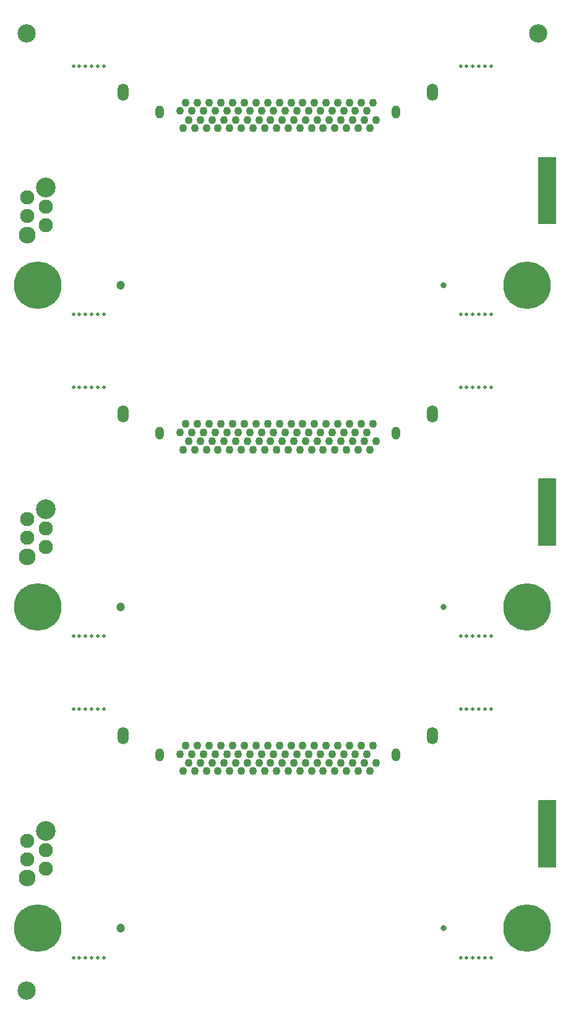
<source format=gbs>
G04 #@! TF.GenerationSoftware,KiCad,Pcbnew,8.0.6*
G04 #@! TF.CreationDate,2024-11-07T02:27:52-08:00*
G04 #@! TF.ProjectId,mse-68-vhdci-panel,6d73652d-3638-42d7-9668-6463692d7061,1*
G04 #@! TF.SameCoordinates,Original*
G04 #@! TF.FileFunction,Soldermask,Bot*
G04 #@! TF.FilePolarity,Negative*
%FSLAX46Y46*%
G04 Gerber Fmt 4.6, Leading zero omitted, Abs format (unit mm)*
G04 Created by KiCad (PCBNEW 8.0.6) date 2024-11-07 02:27:52*
%MOMM*%
%LPD*%
G01*
G04 APERTURE LIST*
%ADD10C,0.500000*%
%ADD11C,0.800000*%
%ADD12C,1.200000*%
%ADD13C,2.300000*%
%ADD14C,2.700000*%
%ADD15C,1.950000*%
%ADD16C,6.500000*%
%ADD17C,1.100000*%
%ADD18O,1.500000X2.350000*%
%ADD19O,1.200000X1.800000*%
%ADD20C,2.500000*%
G04 APERTURE END LIST*
D10*
G04 #@! TO.C,KiKit_MB_11_5*
X-9739401Y41002000D03*
G04 #@! TD*
G04 #@! TO.C,KiKit_MB_10_5*
X-62739400Y41002000D03*
G04 #@! TD*
G04 #@! TO.C,KiKit_MB_7_1*
X-13101000Y85002000D03*
G04 #@! TD*
G04 #@! TO.C,KiKit_MB_8_5*
X-65260599Y51002000D03*
G04 #@! TD*
G04 #@! TO.C,KiKit_MB_10_4*
X-63579800Y41002000D03*
G04 #@! TD*
D11*
G04 #@! TO.C,J1*
X-15400000Y11002000D03*
D12*
X-59600000Y11002000D03*
G04 #@! TD*
D13*
G04 #@! TO.C,J3*
X-72440000Y105872000D03*
D14*
X-69900000Y112342000D03*
D15*
X-72440000Y111012000D03*
X-69900000Y109742000D03*
X-72440000Y108472000D03*
X-69900000Y107202000D03*
G04 #@! TD*
D10*
G04 #@! TO.C,KiKit_MB_11_4*
X-10579801Y41002000D03*
G04 #@! TD*
G04 #@! TO.C,KiKit_MB_6_1*
X-66100999Y85002000D03*
G04 #@! TD*
G04 #@! TO.C,KiKit_MB_10_3*
X-64420199Y41002000D03*
G04 #@! TD*
D16*
G04 #@! TO.C,H3*
X-71000000Y11002000D03*
G04 #@! TD*
D10*
G04 #@! TO.C,KiKit_MB_11_1*
X-13101000Y41002000D03*
G04 #@! TD*
G04 #@! TO.C,KiKit_MB_7_5*
X-9739401Y85002000D03*
G04 #@! TD*
G04 #@! TO.C,KiKit_MB_9_4*
X-11420201Y7002000D03*
G04 #@! TD*
G04 #@! TO.C,KiKit_MB_1_6*
X-13101001Y95002000D03*
G04 #@! TD*
D13*
G04 #@! TO.C,J3*
X-72440000Y61872000D03*
D14*
X-69900000Y68342000D03*
D15*
X-72440000Y67012000D03*
X-69900000Y65742000D03*
X-72440000Y64472000D03*
X-69900000Y63202000D03*
G04 #@! TD*
D10*
G04 #@! TO.C,KiKit_MB_11_6*
X-8899001Y41002000D03*
G04 #@! TD*
G04 #@! TO.C,KiKit_MB_8_4*
X-64420199Y51002000D03*
G04 #@! TD*
G04 #@! TO.C,KiKit_MB_7_3*
X-11420200Y85002000D03*
G04 #@! TD*
D17*
G04 #@! TO.C,J4*
X-51100000Y32502000D03*
X-50300000Y33652000D03*
X-49500000Y32502000D03*
X-48700000Y33652000D03*
X-47900000Y32502000D03*
X-47100000Y33652000D03*
X-46300000Y32502000D03*
X-45500000Y33652000D03*
X-44700000Y32502000D03*
X-43900000Y33652000D03*
X-43100000Y32501999D03*
X-42300000Y33652000D03*
X-41500001Y32502000D03*
X-40700000Y33652000D03*
X-39900000Y32502000D03*
X-39100000Y33652000D03*
X-38300000Y32502000D03*
X-37500000Y33652000D03*
X-36700000Y32502000D03*
X-35900000Y33652000D03*
X-35100000Y32502000D03*
X-34300000Y33652000D03*
X-33499999Y32502000D03*
X-32700000Y33652000D03*
X-31900000Y32501999D03*
X-31100000Y33652000D03*
X-30300000Y32502000D03*
X-29500000Y33652000D03*
X-28700000Y32502000D03*
X-27900000Y33652000D03*
X-27100000Y32502000D03*
X-26300000Y33652000D03*
X-25500000Y32502000D03*
X-24700000Y33652000D03*
X-51500000Y34852000D03*
X-50700000Y36002001D03*
X-49900000Y34852000D03*
X-49100000Y36002000D03*
X-48300000Y34852000D03*
X-47500000Y36002000D03*
X-46700000Y34852000D03*
X-45900000Y36002000D03*
X-45100000Y34852000D03*
X-44300000Y36002000D03*
X-43500000Y34852000D03*
X-42700000Y36002000D03*
X-41900000Y34852000D03*
X-41100000Y36002001D03*
X-40300000Y34852000D03*
X-39500000Y36002001D03*
X-38700000Y34852000D03*
X-37900000Y36002000D03*
X-37100000Y34852000D03*
X-36300000Y36002000D03*
X-35500000Y34852000D03*
X-34700000Y36002000D03*
X-33900000Y34852000D03*
X-33100000Y36002000D03*
X-32300000Y34852000D03*
X-31500000Y36002000D03*
X-30700000Y34852000D03*
X-29900000Y36002001D03*
X-29100000Y34852000D03*
X-28300000Y36002001D03*
X-27500000Y34852000D03*
X-26700000Y36002000D03*
X-25900000Y34852000D03*
X-25100000Y36002000D03*
D18*
X-16950000Y37382000D03*
D19*
X-21925000Y34752000D03*
X-54275000Y34752000D03*
D18*
X-59250000Y37382000D03*
G04 #@! TD*
D17*
G04 #@! TO.C,J4*
X-51100000Y120502000D03*
X-50300000Y121652000D03*
X-49500000Y120502000D03*
X-48700000Y121652000D03*
X-47900000Y120502000D03*
X-47100000Y121652000D03*
X-46300000Y120502000D03*
X-45500000Y121652000D03*
X-44700000Y120502000D03*
X-43900000Y121652000D03*
X-43100000Y120501999D03*
X-42300000Y121652000D03*
X-41500001Y120502000D03*
X-40700000Y121652000D03*
X-39900000Y120502000D03*
X-39100000Y121652000D03*
X-38300000Y120502000D03*
X-37500000Y121652000D03*
X-36700000Y120502000D03*
X-35900000Y121652000D03*
X-35100000Y120502000D03*
X-34300000Y121652000D03*
X-33499999Y120502000D03*
X-32700000Y121652000D03*
X-31900000Y120501999D03*
X-31100000Y121652000D03*
X-30300000Y120502000D03*
X-29500000Y121652000D03*
X-28700000Y120502000D03*
X-27900000Y121652000D03*
X-27100000Y120502000D03*
X-26300000Y121652000D03*
X-25500000Y120502000D03*
X-24700000Y121652000D03*
X-51500000Y122852000D03*
X-50700000Y124002001D03*
X-49900000Y122852000D03*
X-49100000Y124002000D03*
X-48300000Y122852000D03*
X-47500000Y124002000D03*
X-46700000Y122852000D03*
X-45900000Y124002000D03*
X-45100000Y122852000D03*
X-44300000Y124002000D03*
X-43500000Y122852000D03*
X-42700000Y124002000D03*
X-41900000Y122852000D03*
X-41100000Y124002001D03*
X-40300000Y122852000D03*
X-39500000Y124002001D03*
X-38700000Y122852000D03*
X-37900000Y124002000D03*
X-37100000Y122852000D03*
X-36300000Y124002000D03*
X-35500000Y122852000D03*
X-34700000Y124002000D03*
X-33900000Y122852000D03*
X-33100000Y124002000D03*
X-32300000Y122852000D03*
X-31500000Y124002000D03*
X-30700000Y122852000D03*
X-29900000Y124002001D03*
X-29100000Y122852000D03*
X-28300000Y124002001D03*
X-27500000Y122852000D03*
X-26700000Y124002000D03*
X-25900000Y122852000D03*
X-25100000Y124002000D03*
D18*
X-16950000Y125382000D03*
D19*
X-21925000Y122752000D03*
X-54275000Y122752000D03*
D18*
X-59250000Y125382000D03*
G04 #@! TD*
D10*
G04 #@! TO.C,KiKit_MB_1_5*
X-12260601Y95002000D03*
G04 #@! TD*
G04 #@! TO.C,KiKit_MB_6_3*
X-64420199Y85002000D03*
G04 #@! TD*
G04 #@! TO.C,KiKit_MB_1_4*
X-11420201Y95002000D03*
G04 #@! TD*
G04 #@! TO.C,KiKit_MB_9_6*
X-13101001Y7002000D03*
G04 #@! TD*
G04 #@! TO.C,KiKit_MB_2_4*
X-63579800Y129002000D03*
G04 #@! TD*
G04 #@! TO.C,KiKit_MB_1_3*
X-10579802Y95002000D03*
G04 #@! TD*
G04 #@! TO.C,KiKit_MB_6_6*
X-61899000Y85002000D03*
G04 #@! TD*
G04 #@! TO.C,KiKit_MB_6_4*
X-63579800Y85002000D03*
G04 #@! TD*
D11*
G04 #@! TO.C,J1*
X-15400000Y99002000D03*
D12*
X-59600000Y99002000D03*
G04 #@! TD*
D10*
G04 #@! TO.C,KiKit_MB_7_4*
X-10579801Y85002000D03*
G04 #@! TD*
G04 #@! TO.C,KiKit_MB_10_6*
X-61899000Y41002000D03*
G04 #@! TD*
G04 #@! TO.C,KiKit_MB_2_2*
X-65260599Y129002000D03*
G04 #@! TD*
G04 #@! TO.C,KiKit_MB_2_3*
X-64420199Y129002000D03*
G04 #@! TD*
G04 #@! TO.C,KiKit_MB_5_2*
X-9739402Y51002000D03*
G04 #@! TD*
G04 #@! TO.C,KiKit_MB_2_5*
X-62739400Y129002000D03*
G04 #@! TD*
G04 #@! TO.C,KiKit_MB_9_2*
X-9739402Y7002000D03*
G04 #@! TD*
G04 #@! TO.C,KiKit_MB_11_3*
X-11420200Y41002000D03*
G04 #@! TD*
G04 #@! TO.C,KiKit_MB_5_4*
X-11420201Y51002000D03*
G04 #@! TD*
G04 #@! TO.C,KiKit_MB_3_4*
X-10579801Y129002000D03*
G04 #@! TD*
D16*
G04 #@! TO.C,H3*
X-71000000Y99002000D03*
G04 #@! TD*
G04 #@! TO.C,H3*
X-71000000Y55002000D03*
G04 #@! TD*
D10*
G04 #@! TO.C,KiKit_MB_3_3*
X-11420200Y129002000D03*
G04 #@! TD*
G04 #@! TO.C,KiKit_MB_11_2*
X-12260600Y41002000D03*
G04 #@! TD*
D11*
G04 #@! TO.C,J1*
X-15400000Y55002000D03*
D12*
X-59600000Y55002000D03*
G04 #@! TD*
D10*
G04 #@! TO.C,KiKit_MB_6_5*
X-62739400Y85002000D03*
G04 #@! TD*
G04 #@! TO.C,KiKit_MB_4_4*
X-64420199Y95002000D03*
G04 #@! TD*
G04 #@! TO.C,KiKit_MB_3_5*
X-9739401Y129002000D03*
G04 #@! TD*
G04 #@! TO.C,KiKit_MB_12_4*
X-64420199Y7002000D03*
G04 #@! TD*
D16*
G04 #@! TO.C,H4*
X-4000000Y11002000D03*
G04 #@! TD*
D10*
G04 #@! TO.C,KiKit_MB_5_1*
X-8899002Y51002000D03*
G04 #@! TD*
D16*
G04 #@! TO.C,H4*
X-4000000Y99002000D03*
G04 #@! TD*
D10*
G04 #@! TO.C,KiKit_MB_12_1*
X-61899000Y7002000D03*
G04 #@! TD*
G04 #@! TO.C,KiKit_MB_7_2*
X-12260600Y85002000D03*
G04 #@! TD*
G04 #@! TO.C,KiKit_MB_4_6*
X-66100999Y95002000D03*
G04 #@! TD*
G04 #@! TO.C,KiKit_MB_5_5*
X-12260601Y51002000D03*
G04 #@! TD*
G04 #@! TO.C,KiKit_MB_12_5*
X-65260599Y7002000D03*
G04 #@! TD*
G04 #@! TO.C,KiKit_MB_7_6*
X-8899001Y85002000D03*
G04 #@! TD*
G04 #@! TO.C,KiKit_MB_12_2*
X-62739400Y7002000D03*
G04 #@! TD*
G04 #@! TO.C,KiKit_MB_3_1*
X-13101000Y129002000D03*
G04 #@! TD*
G04 #@! TO.C,KiKit_MB_9_3*
X-10579802Y7002000D03*
G04 #@! TD*
D17*
G04 #@! TO.C,J4*
X-51100000Y76502000D03*
X-50300000Y77652000D03*
X-49500000Y76502000D03*
X-48700000Y77652000D03*
X-47900000Y76502000D03*
X-47100000Y77652000D03*
X-46300000Y76502000D03*
X-45500000Y77652000D03*
X-44700000Y76502000D03*
X-43900000Y77652000D03*
X-43100000Y76501999D03*
X-42300000Y77652000D03*
X-41500001Y76502000D03*
X-40700000Y77652000D03*
X-39900000Y76502000D03*
X-39100000Y77652000D03*
X-38300000Y76502000D03*
X-37500000Y77652000D03*
X-36700000Y76502000D03*
X-35900000Y77652000D03*
X-35100000Y76502000D03*
X-34300000Y77652000D03*
X-33499999Y76502000D03*
X-32700000Y77652000D03*
X-31900000Y76501999D03*
X-31100000Y77652000D03*
X-30300000Y76502000D03*
X-29500000Y77652000D03*
X-28700000Y76502000D03*
X-27900000Y77652000D03*
X-27100000Y76502000D03*
X-26300000Y77652000D03*
X-25500000Y76502000D03*
X-24700000Y77652000D03*
X-51500000Y78852000D03*
X-50700000Y80002001D03*
X-49900000Y78852000D03*
X-49100000Y80002000D03*
X-48300000Y78852000D03*
X-47500000Y80002000D03*
X-46700000Y78852000D03*
X-45900000Y80002000D03*
X-45100000Y78852000D03*
X-44300000Y80002000D03*
X-43500000Y78852000D03*
X-42700000Y80002000D03*
X-41900000Y78852000D03*
X-41100000Y80002001D03*
X-40300000Y78852000D03*
X-39500000Y80002001D03*
X-38700000Y78852000D03*
X-37900000Y80002000D03*
X-37100000Y78852000D03*
X-36300000Y80002000D03*
X-35500000Y78852000D03*
X-34700000Y80002000D03*
X-33900000Y78852000D03*
X-33100000Y80002000D03*
X-32300000Y78852000D03*
X-31500000Y80002000D03*
X-30700000Y78852000D03*
X-29900000Y80002001D03*
X-29100000Y78852000D03*
X-28300000Y80002001D03*
X-27500000Y78852000D03*
X-26700000Y80002000D03*
X-25900000Y78852000D03*
X-25100000Y80002000D03*
D18*
X-16950000Y81382000D03*
D19*
X-21925000Y78752000D03*
X-54275000Y78752000D03*
D18*
X-59250000Y81382000D03*
G04 #@! TD*
D10*
G04 #@! TO.C,KiKit_MB_4_5*
X-65260599Y95002000D03*
G04 #@! TD*
G04 #@! TO.C,KiKit_MB_2_1*
X-66100999Y129002000D03*
G04 #@! TD*
G04 #@! TO.C,KiKit_MB_8_6*
X-66100999Y51002000D03*
G04 #@! TD*
G04 #@! TO.C,KiKit_MB_9_5*
X-12260601Y7002000D03*
G04 #@! TD*
G04 #@! TO.C,KiKit_MB_6_2*
X-65260599Y85002000D03*
G04 #@! TD*
G04 #@! TO.C,KiKit_MB_12_3*
X-63579800Y7002000D03*
G04 #@! TD*
G04 #@! TO.C,KiKit_MB_8_1*
X-61899000Y51002000D03*
G04 #@! TD*
G04 #@! TO.C,KiKit_MB_12_6*
X-66100999Y7002000D03*
G04 #@! TD*
G04 #@! TO.C,KiKit_MB_8_2*
X-62739400Y51002000D03*
G04 #@! TD*
G04 #@! TO.C,KiKit_MB_1_1*
X-8899002Y95002000D03*
G04 #@! TD*
G04 #@! TO.C,KiKit_MB_4_1*
X-61899000Y95002000D03*
G04 #@! TD*
G04 #@! TO.C,KiKit_MB_8_3*
X-63579800Y51002000D03*
G04 #@! TD*
D13*
G04 #@! TO.C,J3*
X-72440000Y17872000D03*
D14*
X-69900000Y24342000D03*
D15*
X-72440000Y23012000D03*
X-69900000Y21742000D03*
X-72440000Y20472000D03*
X-69900000Y19202000D03*
G04 #@! TD*
D10*
G04 #@! TO.C,KiKit_MB_9_1*
X-8899002Y7002000D03*
G04 #@! TD*
G04 #@! TO.C,KiKit_MB_10_1*
X-66100999Y41002000D03*
G04 #@! TD*
G04 #@! TO.C,KiKit_MB_3_2*
X-12260600Y129002000D03*
G04 #@! TD*
G04 #@! TO.C,KiKit_MB_5_3*
X-10579802Y51002000D03*
G04 #@! TD*
G04 #@! TO.C,KiKit_MB_4_3*
X-63579800Y95002000D03*
G04 #@! TD*
G04 #@! TO.C,KiKit_MB_4_2*
X-62739400Y95002000D03*
G04 #@! TD*
G04 #@! TO.C,KiKit_MB_1_2*
X-9739402Y95002000D03*
G04 #@! TD*
G04 #@! TO.C,KiKit_MB_2_6*
X-61899000Y129002000D03*
G04 #@! TD*
D16*
G04 #@! TO.C,H4*
X-4000000Y55002000D03*
G04 #@! TD*
D10*
G04 #@! TO.C,KiKit_MB_3_6*
X-8899001Y129002000D03*
G04 #@! TD*
G04 #@! TO.C,KiKit_MB_10_2*
X-65260599Y41002000D03*
G04 #@! TD*
G04 #@! TO.C,KiKit_MB_5_6*
X-13101001Y51002000D03*
G04 #@! TD*
D20*
G04 #@! TO.C,KiKit_FID_B_1*
X-72500000Y133503500D03*
G04 #@! TD*
G04 #@! TO.C,KiKit_FID_B_2*
X-2500000Y133503500D03*
G04 #@! TD*
G04 #@! TO.C,KiKit_FID_B_3*
X-72500000Y2500000D03*
G04 #@! TD*
G36*
X-56961Y28532315D02*
G01*
X-11206Y28479511D01*
X0Y28428000D01*
X0Y19476000D01*
X-19685Y19408961D01*
X-72489Y19363206D01*
X-124000Y19352000D01*
X-2376000Y19352000D01*
X-2443039Y19371685D01*
X-2488794Y19424489D01*
X-2500000Y19476000D01*
X-2500000Y28428000D01*
X-2480315Y28495039D01*
X-2427511Y28540794D01*
X-2376000Y28552000D01*
X-124000Y28552000D01*
X-56961Y28532315D01*
G37*
G36*
X-56961Y72532315D02*
G01*
X-11206Y72479511D01*
X0Y72428000D01*
X0Y63476000D01*
X-19685Y63408961D01*
X-72489Y63363206D01*
X-124000Y63352000D01*
X-2376000Y63352000D01*
X-2443039Y63371685D01*
X-2488794Y63424489D01*
X-2500000Y63476000D01*
X-2500000Y72428000D01*
X-2480315Y72495039D01*
X-2427511Y72540794D01*
X-2376000Y72552000D01*
X-124000Y72552000D01*
X-56961Y72532315D01*
G37*
G36*
X-56961Y116532315D02*
G01*
X-11206Y116479511D01*
X0Y116428000D01*
X0Y107476000D01*
X-19685Y107408961D01*
X-72489Y107363206D01*
X-124000Y107352000D01*
X-2376000Y107352000D01*
X-2443039Y107371685D01*
X-2488794Y107424489D01*
X-2500000Y107476000D01*
X-2500000Y116428000D01*
X-2480315Y116495039D01*
X-2427511Y116540794D01*
X-2376000Y116552000D01*
X-124000Y116552000D01*
X-56961Y116532315D01*
G37*
M02*

</source>
